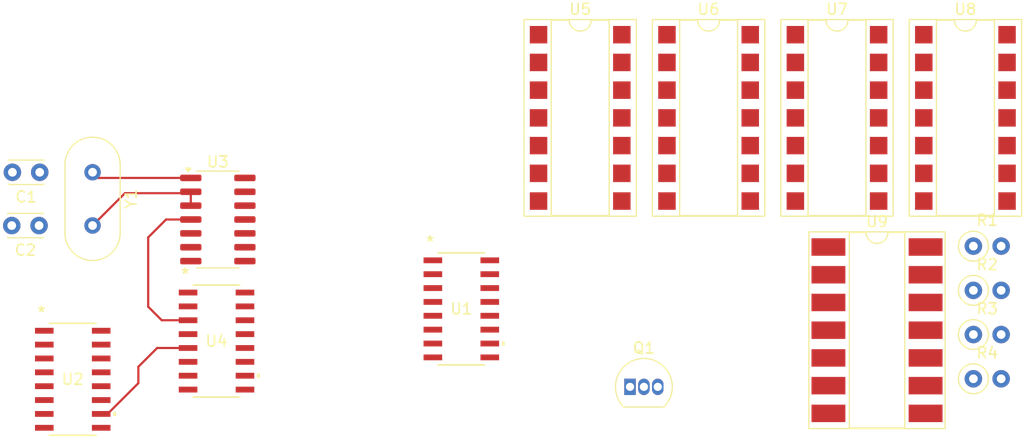
<source format=kicad_pcb>
(kicad_pcb (version 20240108) (generator "pcbnew") (generator_version "8.0")
  (layers (0 "F.Cu" signal) (31 "B.Cu" signal) (34 "B.Paste" user) (35 "F.Paste" user) (36 "B.SilkS" user "B.Silkscreen") (37 "F.SilkS" user "F.Silkscreen") (38 "B.Mask" user) (39 "F.Mask" user) (44 "Edge.Cuts" user))
  (net 0 "")
  (net 1 "GND")
  (net 2 "Net-(C1-Pad1)")
  (net 3 "Net-(C2-Pad1)")
  (net 4 "PIXEL_OUT")
  (net 5 "Net-(Q1-E)")
  (net 6 "COMPOSITE_OUT")
  (net 7 "VCC")
  (net 8 "64V")
  (net 9 "256V")
  (net 10 "128V")
  (net 11 "16V")
  (net 13 "512V")
  (net 15 "32V")
  (net 16 "H_RESET")
  (net 17 "2V")
  (net 20 "1V")
  (net 21 "8V")
  (net 22 "4V")
  (net 23 "128H")
  (net 24 "7.1mhz_CLK1")
  (net 25 "64H")
  (net 26 "4H")
  (net 28 "8H")
  (net 30 "1H")
  (net 31 "16H")
  (net 32 "256H")
  (net 47 "32H")
  (net 54 "512H")
  (net 55 "2H")
  (net 56 "14.318mhz_CLK0")
  (footprint "footprints:SOT109-1_NXP" (layer "F.Cu") (at 110.9535 99.445)
    (property "Reference" "U4" (at 0 0 0) (layer "F.SilkS"))
    (property "Value" "74HC74D")
    (fp_line (start -2.1209 5.1308) (end 2.1209 5.1308) (stroke (width 0.1524)) (layer "F.SilkS"))
    (fp_line (start 2.1209 -5.1308) (end -2.1209 -5.1308) (stroke (width 0.1524)) (layer "F.SilkS"))
    (fp_poly (pts (xy 3.9624 2.9845) (xy 3.9624 3.3655) (xy 3.7084 3.3655) (xy 3.7084 2.9845)) (fill solid) (layer "F.SilkS"))
    (fp_text user "*" (at -2.8575 -6.1214 0) (layer "F.SilkS"))
    (fp_text user "*" (at -2.8575 -6.1214 0) (layer "F.SilkS"))
    (pad "1" smd rect (at -2.6035 -4.445) (size 1.7018 0.5334) (layers "F.Cu" "F.Paste" "F.Mask"))
    (pad "2" smd rect (at -2.6035 -3.175) (size 1.7018 0.5334) (layers "F.Cu" "F.Paste" "F.Mask"))
    (pad "3" smd rect (at -2.6035 -1.905) (size 1.7018 0.5334) (layers "F.Cu" "F.Paste" "F.Mask") (net 56 "14.318mhz_CLK0"))
    (pad "4" smd rect (at -2.6035 -0.635) (size 1.7018 0.5334) (layers "F.Cu" "F.Paste" "F.Mask"))
    (pad "5" smd rect (at -2.6035 0.635) (size 1.7018 0.5334) (layers "F.Cu" "F.Paste" "F.Mask") (net 24 "7.1mhz_CLK1"))
    (pad "6" smd rect (at -2.6035 1.905) (size 1.7018 0.5334) (layers "F.Cu" "F.Paste" "F.Mask"))
    (pad "7" smd rect (at -2.6035 3.175) (size 1.7018 0.5334) (layers "F.Cu" "F.Paste" "F.Mask"))
    (pad "8" smd rect (at -2.6035 4.445) (size 1.7018 0.5334) (layers "F.Cu" "F.Paste" "F.Mask"))
    (pad "9" smd rect (at 2.6035 4.445) (size 1.7018 0.5334) (layers "F.Cu" "F.Paste" "F.Mask"))
    (pad "10" smd rect (at 2.6035 3.175) (size 1.7018 0.5334) (layers "F.Cu" "F.Paste" "F.Mask"))
    (pad "11" smd rect (at 2.6035 1.905) (size 1.7018 0.5334) (layers "F.Cu" "F.Paste" "F.Mask"))
    (pad "12" smd rect (at 2.6035 0.635) (size 1.7018 0.5334) (layers "F.Cu" "F.Paste" "F.Mask"))
    (pad "13" smd rect (at 2.6035 -0.635) (size 1.7018 0.5334) (layers "F.Cu" "F.Paste" "F.Mask"))
    (pad "14" smd rect (at 2.6035 -1.905) (size 1.7018 0.5334) (layers "F.Cu" "F.Paste" "F.Mask"))
    (pad "15" smd rect (at 2.6035 -3.175) (size 1.7018 0.5334) (layers "F.Cu" "F.Paste" "F.Mask"))
    (pad "16" smd rect (at 2.6035 -4.445) (size 1.7018 0.5334) (layers "F.Cu" "F.Paste" "F.Mask"))
  )
  (footprint "Package_SO:SOIC-14_3.9x8.7mm_P1.27mm" (layer "F.Cu") (at 111.075 88.31)
    (property "Reference" "U3" (at 0 -5.28 0) (layer "F.SilkS"))
    (property "Value" "74HC7014")
    (fp_line (start 0 -4.435) (end -1.95 -4.435) (stroke (width 0.12)) (layer "F.SilkS"))
    (fp_line (start 0 -4.435) (end 1.95 -4.435) (stroke (width 0.12)) (layer "F.SilkS"))
    (fp_line (start 0 4.435) (end -1.95 4.435) (stroke (width 0.12)) (layer "F.SilkS"))
    (fp_line (start 0 4.435) (end 1.95 4.435) (stroke (width 0.12)) (layer "F.SilkS"))
    (fp_poly (pts (xy -2.7 -4.37) (xy -2.94 -4.7) (xy -2.46 -4.7) (xy -2.7 -4.37)) (stroke (width 0.12)) (fill solid) (layer "F.SilkS"))
    (pad "1" smd roundrect (at -2.475 -3.81) (size 1.95 0.6) (layers "F.Cu" "F.Paste" "F.Mask") (net 2 "Net-(C1-Pad1)"))
    (pad "2" smd roundrect (at -2.475 -2.54) (size 1.95 0.6) (layers "F.Cu" "F.Paste" "F.Mask") (net 3 "Net-(C2-Pad1)"))
    (pad "3" smd roundrect (at -2.475 -1.27) (size 1.95 0.6) (layers "F.Cu" "F.Paste" "F.Mask") (net 3 "Net-(C2-Pad1)"))
    (pad "4" smd roundrect (at -2.475 0) (size 1.95 0.6) (layers "F.Cu" "F.Paste" "F.Mask") (net 56 "14.318mhz_CLK0"))
    (pad "5" smd roundrect (at -2.475 1.27) (size 1.95 0.6) (layers "F.Cu" "F.Paste" "F.Mask"))
    (pad "6" smd roundrect (at -2.475 2.54) (size 1.95 0.6) (layers "F.Cu" "F.Paste" "F.Mask"))
    (pad "7" smd roundrect (at -2.475 3.81) (size 1.95 0.6) (layers "F.Cu" "F.Paste" "F.Mask") (net 1 "GND"))
    (pad "8" smd roundrect (at 2.475 3.81) (size 1.95 0.6) (layers "F.Cu" "F.Paste" "F.Mask"))
    (pad "9" smd roundrect (at 2.475 2.54) (size 1.95 0.6) (layers "F.Cu" "F.Paste" "F.Mask"))
    (pad "10" smd roundrect (at 2.475 1.27) (size 1.95 0.6) (layers "F.Cu" "F.Paste" "F.Mask"))
    (pad "11" smd roundrect (at 2.475 0) (size 1.95 0.6) (layers "F.Cu" "F.Paste" "F.Mask"))
    (pad "12" smd roundrect (at 2.475 -1.27) (size 1.95 0.6) (layers "F.Cu" "F.Paste" "F.Mask"))
    (pad "13" smd roundrect (at 2.475 -2.54) (size 1.95 0.6) (layers "F.Cu" "F.Paste" "F.Mask"))
    (pad "14" smd roundrect (at 2.475 -3.81) (size 1.95 0.6) (layers "F.Cu" "F.Paste" "F.Mask") (net 7 "VCC"))
  )
  (footprint "Package_DIP:DIP-14_W7.62mm_SMDSocket_SmallPads" (layer "F.Cu") (at 167.73 79)
    (property "Reference" "U7" (at 0 -9.95 0) (layer "F.SilkS"))
    (property "Value" "4081")
    (fp_line (start -5.14 -9.01) (end -5.14 9.01) (stroke (width 0.12)) (layer "F.SilkS"))
    (fp_line (start -5.14 9.01) (end 5.14 9.01) (stroke (width 0.12)) (layer "F.SilkS"))
    (fp_line (start -2.65 -8.95) (end -2.65 8.95) (stroke (width 0.12)) (layer "F.SilkS"))
    (fp_line (start -2.65 8.95) (end 2.65 8.95) (stroke (width 0.12)) (layer "F.SilkS"))
    (fp_line (start -1 -8.95) (end -2.65 -8.95) (stroke (width 0.12)) (layer "F.SilkS"))
    (fp_line (start 2.65 -8.95) (end 1 -8.95) (stroke (width 0.12)) (layer "F.SilkS"))
    (fp_line (start 2.65 8.95) (end 2.65 -8.95) (stroke (width 0.12)) (layer "F.SilkS"))
    (fp_line (start 5.14 -9.01) (end -5.14 -9.01) (stroke (width 0.12)) (layer "F.SilkS"))
    (fp_line (start 5.14 9.01) (end 5.14 -9.01) (stroke (width 0.12)) (layer "F.SilkS"))
    (fp_arc (start 1 -8.95) (mid 0 -7.95) (end -1 -8.95) (stroke (width 0.12)) (layer "F.SilkS"))
    (pad "1" smd rect (at -3.81 -7.62) (size 1.6 1.6) (layers "F.Cu" "F.Paste" "F.Mask"))
    (pad "2" smd rect (at -3.81 -5.08) (size 1.6 1.6) (layers "F.Cu" "F.Paste" "F.Mask"))
    (pad "3" smd rect (at -3.81 -2.54) (size 1.6 1.6) (layers "F.Cu" "F.Paste" "F.Mask"))
    (pad "4" smd rect (at -3.81 0) (size 1.6 1.6) (layers "F.Cu" "F.Paste" "F.Mask"))
    (pad "5" smd rect (at -3.81 2.54) (size 1.6 1.6) (layers "F.Cu" "F.Paste" "F.Mask"))
    (pad "6" smd rect (at -3.81 5.08) (size 1.6 1.6) (layers "F.Cu" "F.Paste" "F.Mask"))
    (pad "7" smd rect (at -3.81 7.62) (size 1.6 1.6) (layers "F.Cu" "F.Paste" "F.Mask"))
    (pad "8" smd rect (at 3.81 7.62) (size 1.6 1.6) (layers "F.Cu" "F.Paste" "F.Mask"))
    (pad "9" smd rect (at 3.81 5.08) (size 1.6 1.6) (layers "F.Cu" "F.Paste" "F.Mask"))
    (pad "10" smd rect (at 3.81 2.54) (size 1.6 1.6) (layers "F.Cu" "F.Paste" "F.Mask"))
    (pad "11" smd rect (at 3.81 0) (size 1.6 1.6) (layers "F.Cu" "F.Paste" "F.Mask"))
    (pad "12" smd rect (at 3.81 -2.54) (size 1.6 1.6) (layers "F.Cu" "F.Paste" "F.Mask"))
    (pad "13" smd rect (at 3.81 -5.08) (size 1.6 1.6) (layers "F.Cu" "F.Paste" "F.Mask"))
    (pad "14" smd rect (at 3.81 -7.62) (size 1.6 1.6) (layers "F.Cu" "F.Paste" "F.Mask"))
  )
  (footprint "Package_TO_SOT_THT:TO-92_Inline" (layer "F.Cu") (at 148.79 103.64)
    (property "Reference" "Q1" (at 1.27 -3.56 0) (layer "F.SilkS"))
    (property "Value" "PN2222A")
    (fp_line (start -0.53 1.85) (end 3.07 1.85) (stroke (width 0.12)) (layer "F.SilkS"))
    (fp_arc (start -0.568478 1.838478) (mid -1.132087 -0.994977) (end 1.27 -2.6) (stroke (width 0.12)) (layer "F.SilkS"))
    (fp_arc (start 1.27 -2.6) (mid 3.672087 -0.994977) (end 3.108478 1.838478) (stroke (width 0.12)) (layer "F.SilkS"))
    (pad "1" thru_hole rect (at 0 0) (size 1.05 1.5) (drill 0.75) (layers "*.Cu" "*.Mask") (net 5 "Net-(Q1-E)"))
    (pad "2" thru_hole oval (at 1.27 0) (size 1.05 1.5) (drill 0.75) (layers "*.Cu" "*.Mask") (net 4 "PIXEL_OUT"))
    (pad "3" thru_hole oval (at 2.54 0) (size 1.05 1.5) (drill 0.75) (layers "*.Cu" "*.Mask") (net 7 "VCC"))
  )
  (footprint "Package_DIP:DIP-14_W7.62mm_SMDSocket_SmallPads" (layer "F.Cu") (at 179.48 79)
    (property "Reference" "U8" (at 0 -9.95 0) (layer "F.SilkS"))
    (property "Value" "4081")
    (fp_line (start -5.14 -9.01) (end -5.14 9.01) (stroke (width 0.12)) (layer "F.SilkS"))
    (fp_line (start -5.14 9.01) (end 5.14 9.01) (stroke (width 0.12)) (layer "F.SilkS"))
    (fp_line (start -2.65 -8.95) (end -2.65 8.95) (stroke (width 0.12)) (layer "F.SilkS"))
    (fp_line (start -2.65 8.95) (end 2.65 8.95) (stroke (width 0.12)) (layer "F.SilkS"))
    (fp_line (start -1 -8.95) (end -2.65 -8.95) (stroke (width 0.12)) (layer "F.SilkS"))
    (fp_line (start 2.65 -8.95) (end 1 -8.95) (stroke (width 0.12)) (layer "F.SilkS"))
    (fp_line (start 2.65 8.95) (end 2.65 -8.95) (stroke (width 0.12)) (layer "F.SilkS"))
    (fp_line (start 5.14 -9.01) (end -5.14 -9.01) (stroke (width 0.12)) (layer "F.SilkS"))
    (fp_line (start 5.14 9.01) (end 5.14 -9.01) (stroke (width 0.12)) (layer "F.SilkS"))
    (fp_arc (start 1 -8.95) (mid 0 -7.95) (end -1 -8.95) (stroke (width 0.12)) (layer "F.SilkS"))
    (pad "1" smd rect (at -3.81 -7.62) (size 1.6 1.6) (layers "F.Cu" "F.Paste" "F.Mask"))
    (pad "2" smd rect (at -3.81 -5.08) (size 1.6 1.6) (layers "F.Cu" "F.Paste" "F.Mask"))
    (pad "3" smd rect (at -3.81 -2.54) (size 1.6 1.6) (layers "F.Cu" "F.Paste" "F.Mask"))
    (pad "4" smd rect (at -3.81 0) (size 1.6 1.6) (layers "F.Cu" "F.Paste" "F.Mask"))
    (pad "5" smd rect (at -3.81 2.54) (size 1.6 1.6) (layers "F.Cu" "F.Paste" "F.Mask"))
    (pad "6" smd rect (at -3.81 5.08) (size 1.6 1.6) (layers "F.Cu" "F.Paste" "F.Mask"))
    (pad "7" smd rect (at -3.81 7.62) (size 1.6 1.6) (layers "F.Cu" "F.Paste" "F.Mask"))
    (pad "8" smd rect (at 3.81 7.62) (size 1.6 1.6) (layers "F.Cu" "F.Paste" "F.Mask"))
    (pad "9" smd rect (at 3.81 5.08) (size 1.6 1.6) (layers "F.Cu" "F.Paste" "F.Mask"))
    (pad "10" smd rect (at 3.81 2.54) (size 1.6 1.6) (layers "F.Cu" "F.Paste" "F.Mask"))
    (pad "11" smd rect (at 3.81 0) (size 1.6 1.6) (layers "F.Cu" "F.Paste" "F.Mask"))
    (pad "12" smd rect (at 3.81 -2.54) (size 1.6 1.6) (layers "F.Cu" "F.Paste" "F.Mask"))
    (pad "13" smd rect (at 3.81 -5.08) (size 1.6 1.6) (layers "F.Cu" "F.Paste" "F.Mask"))
    (pad "14" smd rect (at 3.81 -7.62) (size 1.6 1.6) (layers "F.Cu" "F.Paste" "F.Mask"))
  )
  (footprint "footprints:SOT109-1_NXP" (layer "F.Cu") (at 97.7965 102.945)
    (property "Reference" "U2" (at 0 0 0) (layer "F.SilkS"))
    (property "Value" "74HC4040D")
    (fp_line (start -2.1209 5.1308) (end 2.1209 5.1308) (stroke (width 0.1524)) (layer "F.SilkS"))
    (fp_line (start 2.1209 -5.1308) (end -2.1209 -5.1308) (stroke (width 0.1524)) (layer "F.SilkS"))
    (fp_poly (pts (xy 3.9624 2.9845) (xy 3.9624 3.3655) (xy 3.7084 3.3655) (xy 3.7084 2.9845)) (fill solid) (layer "F.SilkS"))
    (fp_text user "*" (at -2.8575 -6.1214 0) (layer "F.SilkS"))
    (fp_text user "*" (at -2.8575 -6.1214 360) (layer "F.SilkS"))
    (pad "1" smd rect (at -2.6035 -4.445) (size 1.7018 0.5334) (layers "F.Cu" "F.Paste" "F.Mask"))
    (pad "2" smd rect (at -2.6035 -3.175001) (size 1.7018 0.5334) (layers "F.Cu" "F.Paste" "F.Mask") (net 31 "16H"))
    (pad "3" smd rect (at -2.6035 -1.905) (size 1.7018 0.5334) (layers "F.Cu" "F.Paste" "F.Mask") (net 28 "8H"))
    (pad "4" smd rect (at -2.6035 -0.635) (size 1.7018 0.5334) (layers "F.Cu" "F.Paste" "F.Mask") (net 47 "32H"))
    (pad "5" smd rect (at -2.6035 0.635) (size 1.7018 0.5334) (layers "F.Cu" "F.Paste" "F.Mask") (net 26 "4H"))
    (pad "6" smd rect (at -2.6035 1.905) (size 1.7018 0.5334) (layers "F.Cu" "F.Paste" "F.Mask") (net 55 "2H"))
    (pad "7" smd rect (at -2.6035 3.175001) (size 1.7018 0.5334) (layers "F.Cu" "F.Paste" "F.Mask") (net 30 "1H"))
    (pad "8" smd rect (at -2.6035 4.445) (size 1.7018 0.5334) (layers "F.Cu" "F.Paste" "F.Mask") (net 1 "GND"))
    (pad "9" smd rect (at 2.6035 4.445) (size 1.7018 0.5334) (layers "F.Cu" "F.Paste" "F.Mask"))
    (pad "10" smd rect (at 2.6035 3.175001) (size 1.7018 0.5334) (layers "F.Cu" "F.Paste" "F.Mask") (net 24 "7.1mhz_CLK1"))
    (pad "11" smd rect (at 2.6035 1.905) (size 1.7018 0.5334) (layers "F.Cu" "F.Paste" "F.Mask"))
    (pad "12" smd rect (at 2.6035 0.635) (size 1.7018 0.5334) (layers "F.Cu" "F.Paste" "F.Mask") (net 23 "128H"))
    (pad "13" smd rect (at 2.6035 -0.635) (size 1.7018 0.5334) (layers "F.Cu" "F.Paste" "F.Mask") (net 25 "64H"))
    (pad "14" smd rect (at 2.6035 -1.905) (size 1.7018 0.5334) (layers "F.Cu" "F.Paste" "F.Mask") (net 32 "256H"))
    (pad "15" smd rect (at 2.6035 -3.175001) (size 1.7018 0.5334) (layers "F.Cu" "F.Paste" "F.Mask") (net 54 "512H"))
    (pad "16" smd rect (at 2.6035 -4.445) (size 1.7018 0.5334) (layers "F.Cu" "F.Paste" "F.Mask") (net 7 "VCC"))
  )
  (footprint "Package_DIP:DIP-14_W7.62mm_SMDSocket_SmallPads" (layer "F.Cu") (at 155.98 79)
    (property "Reference" "U6" (at 0 -9.95 0) (layer "F.SilkS"))
    (property "Value" "4081")
    (fp_line (start -5.14 -9.01) (end -5.14 9.01) (stroke (width 0.12)) (layer "F.SilkS"))
    (fp_line (start -5.14 9.01) (end 5.14 9.01) (stroke (width 0.12)) (layer "F.SilkS"))
    (fp_line (start -2.65 -8.95) (end -2.65 8.95) (stroke (width 0.12)) (layer "F.SilkS"))
    (fp_line (start -2.65 8.95) (end 2.65 8.95) (stroke (width 0.12)) (layer "F.SilkS"))
    (fp_line (start -1 -8.95) (end -2.65 -8.95) (stroke (width 0.12)) (layer "F.SilkS"))
    (fp_line (start 2.65 -8.95) (end 1 -8.95) (stroke (width 0.12)) (layer "F.SilkS"))
    (fp_line (start 2.65 8.95) (end 2.65 -8.95) (stroke (width 0.12)) (layer "F.SilkS"))
    (fp_line (start 5.14 -9.01) (end -5.14 -9.01) (stroke (width 0.12)) (layer "F.SilkS"))
    (fp_line (start 5.14 9.01) (end 5.14 -9.01) (stroke (width 0.12)) (layer "F.SilkS"))
    (fp_arc (start 1 -8.95) (mid 0 -7.95) (end -1 -8.95) (stroke (width 0.12)) (layer "F.SilkS"))
    (pad "1" smd rect (at -3.81 -7.62) (size 1.6 1.6) (layers "F.Cu" "F.Paste" "F.Mask"))
    (pad "2" smd rect (at -3.81 -5.08) (size 1.6 1.6) (layers "F.Cu" "F.Paste" "F.Mask"))
    (pad "3" smd rect (at -3.81 -2.54) (size 1.6 1.6) (layers "F.Cu" "F.Paste" "F.Mask"))
    (pad "4" smd rect (at -3.81 0) (size 1.6 1.6) (layers "F.Cu" "F.Paste" "F.Mask"))
    (pad "5" smd rect (at -3.81 2.54) (size 1.6 1.6) (layers "F.Cu" "F.Paste" "F.Mask"))
    (pad "6" smd rect (at -3.81 5.08) (size 1.6 1.6) (layers "F.Cu" "F.Paste" "F.Mask"))
    (pad "7" smd rect (at -3.81 7.62) (size 1.6 1.6) (layers "F.Cu" "F.Paste" "F.Mask"))
    (pad "8" smd rect (at 3.81 7.62) (size 1.6 1.6) (layers "F.Cu" "F.Paste" "F.Mask"))
    (pad "9" smd rect (at 3.81 5.08) (size 1.6 1.6) (layers "F.Cu" "F.Paste" "F.Mask"))
    (pad "10" smd rect (at 3.81 2.54) (size 1.6 1.6) (layers "F.Cu" "F.Paste" "F.Mask"))
    (pad "11" smd rect (at 3.81 0) (size 1.6 1.6) (layers "F.Cu" "F.Paste" "F.Mask"))
    (pad "12" smd rect (at 3.81 -2.54) (size 1.6 1.6) (layers "F.Cu" "F.Paste" "F.Mask"))
    (pad "13" smd rect (at 3.81 -5.08) (size 1.6 1.6) (layers "F.Cu" "F.Paste" "F.Mask"))
    (pad "14" smd rect (at 3.81 -7.62) (size 1.6 1.6) (layers "F.Cu" "F.Paste" "F.Mask"))
  )
  (footprint "Capacitor_THT:C_Disc_D3.0mm_W2.0mm_P2.50mm" (layer "F.Cu") (at 94.714999 88.865 180)
    (property "Reference" "C2" (at 1.25 -2.25 0) (layer "F.SilkS"))
    (property "Value" "10pF")
    (fp_line (start 2.87 1.055) (end 2.87 1.12) (stroke (width 0.12)) (layer "F.SilkS"))
    (fp_line (start 2.87 -1.12) (end 2.87 -1.055) (stroke (width 0.12)) (layer "F.SilkS"))
    (fp_line (start -0.37 1.12) (end 2.87 1.12) (stroke (width 0.12)) (layer "F.SilkS"))
    (fp_line (start -0.37 1.055) (end -0.37 1.12) (stroke (width 0.12)) (layer "F.SilkS"))
    (fp_line (start -0.37 -1.12) (end 2.87 -1.12) (stroke (width 0.12)) (layer "F.SilkS"))
    (fp_line (start -0.37 -1.12) (end -0.37 -1.055) (stroke (width 0.12)) (layer "F.SilkS"))
    (pad "1" thru_hole circle (at 0 0 180) (size 1.6 1.6) (drill 0.8) (layers "*.Cu" "*.Mask") (net 3 "Net-(C2-Pad1)"))
    (pad "2" thru_hole circle (at 2.5 0 180) (size 1.6 1.6) (drill 0.8) (layers "*.Cu" "*.Mask") (net 1 "GND"))
  )
  (footprint "Resistor_THT:R_Axial_DIN0207_L6.3mm_D2.5mm_P2.54mm_Vertical" (layer "F.Cu") (at 180.21 98.85)
    (property "Reference" "R3" (at 1.27 -2.37 0) (layer "F.SilkS"))
    (property "Value" "R")
    (fp_line (start 1.37 0) (end 1.44 0) (stroke (width 0.12)) (layer "F.SilkS"))
    (fp_circle (center 0 0) (end 1.37 0) (stroke (width 0.12)) (fill none) (layer "F.SilkS"))
    (pad "1" thru_hole circle (at 0 0) (size 1.6 1.6) (drill 0.8) (layers "*.Cu" "*.Mask") (net 6 "COMPOSITE_OUT"))
    (pad "2" thru_hole oval (at 2.54 0) (size 1.6 1.6) (drill 0.8) (layers "*.Cu" "*.Mask") (net 1 "GND"))
  )
  (footprint "Resistor_THT:R_Axial_DIN0207_L6.3mm_D2.5mm_P2.54mm_Vertical" (layer "F.Cu") (at 180.21 94.8)
    (property "Reference" "R2" (at 1.27 -2.37 0) (layer "F.SilkS"))
    (property "Value" "R")
    (fp_line (start 1.37 0) (end 1.44 0) (stroke (width 0.12)) (layer "F.SilkS"))
    (fp_circle (center 0 0) (end 1.37 0) (stroke (width 0.12)) (fill none) (layer "F.SilkS"))
    (pad "1" thru_hole circle (at 0 0) (size 1.6 1.6) (drill 0.8) (layers "*.Cu" "*.Mask") (net 4 "PIXEL_OUT"))
    (pad "2" thru_hole oval (at 2.54 0) (size 1.6 1.6) (drill 0.8) (layers "*.Cu" "*.Mask") (net 1 "GND"))
  )
  (footprint "Package_DIP:DIP-14_W7.62mm_SMDSocket_SmallPads" (layer "F.Cu") (at 144.23 79)
    (property "Reference" "U5" (at 0 -9.95 0) (layer "F.SilkS"))
    (property "Value" "74HC00")
    (fp_line (start -5.14 -9.01) (end -5.14 9.01) (stroke (width 0.12)) (layer "F.SilkS"))
    (fp_line (start -5.14 9.01) (end 5.14 9.01) (stroke (width 0.12)) (layer "F.SilkS"))
    (fp_line (start -2.65 -8.95) (end -2.65 8.95) (stroke (width 0.12)) (layer "F.SilkS"))
    (fp_line (start -2.65 8.95) (end 2.65 8.95) (stroke (width 0.12)) (layer "F.SilkS"))
    (fp_line (start -1 -8.95) (end -2.65 -8.95) (stroke (width 0.12)) (layer "F.SilkS"))
    (fp_line (start 2.65 -8.95) (end 1 -8.95) (stroke (width 0.12)) (layer "F.SilkS"))
    (fp_line (start 2.65 8.95) (end 2.65 -8.95) (stroke (width 0.12)) (layer "F.SilkS"))
    (fp_line (start 5.14 -9.01) (end -5.14 -9.01) (stroke (width 0.12)) (layer "F.SilkS"))
    (fp_line (start 5.14 9.01) (end 5.14 -9.01) (stroke (width 0.12)) (layer "F.SilkS"))
    (fp_arc (start 1 -8.95) (mid 0 -7.95) (end -1 -8.95) (stroke (width 0.12)) (layer "F.SilkS"))
    (pad "1" smd rect (at -3.81 -7.62) (size 1.6 1.6) (layers "F.Cu" "F.Paste" "F.Mask"))
    (pad "2" smd rect (at -3.81 -5.08) (size 1.6 1.6) (layers "F.Cu" "F.Paste" "F.Mask"))
    (pad "3" smd rect (at -3.81 -2.54) (size 1.6 1.6) (layers "F.Cu" "F.Paste" "F.Mask"))
    (pad "4" smd rect (at -3.81 0) (size 1.6 1.6) (layers "F.Cu" "F.Paste" "F.Mask"))
    (pad "5" smd rect (at -3.81 2.54) (size 1.6 1.6) (layers "F.Cu" "F.Paste" "F.Mask"))
    (pad "6" smd rect (at -3.81 5.08) (size 1.6 1.6) (layers "F.Cu" "F.Paste" "F.Mask"))
    (pad "7" smd rect (at -3.81 7.62) (size 1.6 1.6) (layers "F.Cu" "F.Paste" "F.Mask"))
    (pad "8" smd rect (at 3.81 7.62) (size 1.6 1.6) (layers "F.Cu" "F.Paste" "F.Mask"))
    (pad "9" smd rect (at 3.81 5.08) (size 1.6 1.6) (layers "F.Cu" "F.Paste" "F.Mask"))
    (pad "10" smd rect (at 3.81 2.54) (size 1.6 1.6) (layers "F.Cu" "F.Paste" "F.Mask"))
    (pad "11" smd rect (at 3.81 0) (size 1.6 1.6) (layers "F.Cu" "F.Paste" "F.Mask"))
    (pad "12" smd rect (at 3.81 -2.54) (size 1.6 1.6) (layers "F.Cu" "F.Paste" "F.Mask"))
    (pad "13" smd rect (at 3.81 -5.08) (size 1.6 1.6) (layers "F.Cu" "F.Paste" "F.Mask"))
    (pad "14" smd rect (at 3.81 -7.62) (size 1.6 1.6) (layers "F.Cu" "F.Paste" "F.Mask"))
  )
  (footprint "Capacitor_THT:C_Disc_D3.0mm_W2.0mm_P2.50mm" (layer "F.Cu") (at 94.774998 83.985001 180)
    (property "Reference" "C1" (at 1.25 -2.25 0) (layer "F.SilkS"))
    (property "Value" "10pF")
    (fp_line (start 2.87 1.055) (end 2.87 1.12) (stroke (width 0.12)) (layer "F.SilkS"))
    (fp_line (start 2.87 -1.12) (end 2.87 -1.055) (stroke (width 0.12)) (layer "F.SilkS"))
    (fp_line (start -0.37 1.12) (end 2.87 1.12) (stroke (width 0.12)) (layer "F.SilkS"))
    (fp_line (start -0.37 1.055) (end -0.37 1.12) (stroke (width 0.12)) (layer "F.SilkS"))
    (fp_line (start -0.37 -1.12) (end 2.87 -1.12) (stroke (width 0.12)) (layer "F.SilkS"))
    (fp_line (start -0.37 -1.12) (end -0.37 -1.055) (stroke (width 0.12)) (layer "F.SilkS"))
    (pad "1" thru_hole circle (at 0 0 180) (size 1.6 1.6) (drill 0.8) (layers "*.Cu" "*.Mask") (net 2 "Net-(C1-Pad1)"))
    (pad "2" thru_hole circle (at 2.5 0 180) (size 1.6 1.6) (drill 0.8) (layers "*.Cu" "*.Mask") (net 1 "GND"))
  )
  (footprint "Crystal:Crystal_HC49-U_Vertical" (layer "F.Cu") (at 99.61 83.98 -90)
    (property "Reference" "Y1" (at 2.44 -3.525 90) (layer "F.SilkS"))
    (property "Value" "Crystal")
    (fp_line (start -0.685001 2.525) (end 5.565 2.525) (stroke (width 0.12)) (layer "F.SilkS"))
    (fp_line (start -0.685001 -2.525) (end 5.565 -2.525) (stroke (width 0.12)) (layer "F.SilkS"))
    (fp_arc (start -0.685001 2.525) (mid -3.21 0) (end -0.685001 -2.525) (stroke (width 0.12)) (layer "F.SilkS"))
    (fp_arc (start 5.565 -2.525) (mid 8.09 0) (end 5.565 2.525) (stroke (width 0.12)) (layer "F.SilkS"))
    (pad "1" thru_hole circle (at 0 0 270) (size 1.5 1.5) (drill 0.8) (layers "*.Cu" "*.Mask") (net 2 "Net-(C1-Pad1)"))
    (pad "2" thru_hole circle (at 4.88 0 270) (size 1.5 1.5) (drill 0.8) (layers "*.Cu" "*.Mask") (net 3 "Net-(C2-Pad1)"))
  )
  (footprint "Resistor_THT:R_Axial_DIN0207_L6.3mm_D2.5mm_P2.54mm_Vertical" (layer "F.Cu") (at 180.21 102.9)
    (property "Reference" "R4" (at 1.27 -2.37 0) (layer "F.SilkS"))
    (property "Value" "R")
    (fp_line (start 1.37 0) (end 1.44 0) (stroke (width 0.12)) (layer "F.SilkS"))
    (fp_circle (center 0 0) (end 1.37 0) (stroke (width 0.12)) (fill none) (layer "F.SilkS"))
    (pad "1" thru_hole circle (at 0 0) (size 1.6 1.6) (drill 0.8) (layers "*.Cu" "*.Mask") (net 5 "Net-(Q1-E)"))
    (pad "2" thru_hole oval (at 2.54 0) (size 1.6 1.6) (drill 0.8) (layers "*.Cu" "*.Mask") (net 6 "COMPOSITE_OUT"))
  )
  (footprint "Resistor_THT:R_Axial_DIN0207_L6.3mm_D2.5mm_P2.54mm_Vertical" (layer "F.Cu") (at 180.21 90.75)
    (property "Reference" "R1" (at 1.27 -2.37 0) (layer "F.SilkS"))
    (property "Value" "R")
    (fp_line (start 1.37 0) (end 1.44 0) (stroke (width 0.12)) (layer "F.SilkS"))
    (fp_circle (center 0 0) (end 1.37 0) (stroke (width 0.12)) (fill none) (layer "F.SilkS"))
    (pad "1" thru_hole circle (at 0 0) (size 1.6 1.6) (drill 0.8) (layers "*.Cu" "*.Mask") (net 7 "VCC"))
    (pad "2" thru_hole oval (at 2.54 0) (size 1.6 1.6) (drill 0.8) (layers "*.Cu" "*.Mask") (net 4 "PIXEL_OUT"))
  )
  (footprint "Package_DIP:DIP-14_W8.89mm_SMDSocket_LongPads" (layer "F.Cu") (at 171.39 98.45)
    (property "Reference" "U9" (at 0 -9.95 0) (layer "F.SilkS"))
    (property "Value" "4001")
    (fp_line (start -6.235 -9.01) (end -6.235 9.01) (stroke (width 0.12)) (layer "F.SilkS"))
    (fp_line (start -6.235 9.01) (end 6.235 9.01) (stroke (width 0.12)) (layer "F.SilkS"))
    (fp_line (start -2.535 -8.95) (end -2.535 8.95) (stroke (width 0.12)) (layer "F.SilkS"))
    (fp_line (start -2.535 8.95) (end 2.535 8.95) (stroke (width 0.12)) (layer "F.SilkS"))
    (fp_line (start -1 -8.95) (end -2.535 -8.95) (stroke (width 0.12)) (layer "F.SilkS"))
    (fp_line (start 2.535 -8.95) (end 1 -8.95) (stroke (width 0.12)) (layer "F.SilkS"))
    (fp_line (start 2.535 8.95) (end 2.535 -8.95) (stroke (width 0.12)) (layer "F.SilkS"))
    (fp_line (start 6.235 -9.01) (end -6.235 -9.01) (stroke (width 0.12)) (layer "F.SilkS"))
    (fp_line (start 6.235 9.01) (end 6.235 -9.01) (stroke (width 0.12)) (layer "F.SilkS"))
    (fp_arc (start 1 -8.95) (mid 0 -7.95) (end -1 -8.95) (stroke (width 0.12)) (layer "F.SilkS"))
    (pad "1" smd rect (at -4.445 -7.62) (size 3.1 1.6) (layers "F.Cu" "F.Paste" "F.Mask"))
    (pad "2" smd rect (at -4.445 -5.08) (size 3.1 1.6) (layers "F.Cu" "F.Paste" "F.Mask"))
    (pad "3" smd rect (at -4.445 -2.54) (size 3.1 1.6) (layers "F.Cu" "F.Paste" "F.Mask"))
    (pad "4" smd rect (at -4.445 0) (size 3.1 1.6) (layers "F.Cu" "F.Paste" "F.Mask"))
    (pad "5" smd rect (at -4.445 2.54) (size 3.1 1.6) (layers "F.Cu" "F.Paste" "F.Mask"))
    (pad "6" smd rect (at -4.445 5.08) (size 3.1 1.6) (layers "F.Cu" "F.Paste" "F.Mask"))
    (pad "7" smd rect (at -4.445 7.62) (size 3.1 1.6) (layers "F.Cu" "F.Paste" "F.Mask"))
    (pad "8" smd rect (at 4.445 7.62) (size 3.1 1.6) (layers "F.Cu" "F.Paste" "F.Mask"))
    (pad "9" smd rect (at 4.445 5.08) (size 3.1 1.6) (layers "F.Cu" "F.Paste" "F.Mask"))
    (pad "10" smd rect (at 4.445 2.54) (size 3.1 1.6) (layers "F.Cu" "F.Paste" "F.Mask"))
    (pad "11" smd rect (at 4.445 0) (size 3.1 1.6) (layers "F.Cu" "F.Paste" "F.Mask"))
    (pad "12" smd rect (at 4.445 -2.54) (size 3.1 1.6) (layers "F.Cu" "F.Paste" "F.Mask"))
    (pad "13" smd rect (at 4.445 -5.08) (size 3.1 1.6) (layers "F.Cu" "F.Paste" "F.Mask"))
    (pad "14" smd rect (at 4.445 -7.62) (size 3.1 1.6) (layers "F.Cu" "F.Paste" "F.Mask"))
  )
  (footprint "footprints:SOT109-1_NXP" (layer "F.Cu") (at 133.3535 96.495)
    (property "Reference" "U1" (at 0 0 0) (layer "F.SilkS"))
    (property "Value" "74HC4040D")
    (fp_line (start -2.1209 5.1308) (end 2.1209 5.1308) (stroke (width 0.1524)) (layer "F.SilkS"))
    (fp_line (start 2.1209 -5.1308) (end -2.1209 -5.1308) (stroke (width 0.1524)) (layer "F.SilkS"))
    (fp_poly (pts (xy 3.9624 2.9845) (xy 3.9624 3.3655) (xy 3.7084 3.3655) (xy 3.7084 2.9845)) (fill solid) (layer "F.SilkS"))
    (fp_text user "*" (at -2.8575 -6.1214 0) (layer "F.SilkS"))
    (fp_text user "*" (at -2.8575 -6.1214 0) (layer "F.SilkS"))
    (pad "1" smd rect (at -2.6035 -4.445) (size 1.7018 0.5334) (layers "F.Cu" "F.Paste" "F.Mask"))
    (pad "2" smd rect (at -2.6035 -3.175) (size 1.7018 0.5334) (layers "F.Cu" "F.Paste" "F.Mask") (net 11 "16V"))
    (pad "3" smd rect (at -2.6035 -1.905) (size 1.7018 0.5334) (layers "F.Cu" "F.Paste" "F.Mask") (net 21 "8V"))
    (pad "4" smd rect (at -2.6035 -0.635) (size 1.7018 0.5334) (layers "F.Cu" "F.Paste" "F.Mask") (net 15 "32V"))
    (pad "5" smd rect (at -2.6035 0.635) (size 1.7018 0.5334) (layers "F.Cu" "F.Paste" "F.Mask") (net 22 "4V"))
    (pad "6" smd rect (at -2.6035 1.905) (size 1.7018 0.5334) (layers "F.Cu" "F.Paste" "F.Mask") (net 17 "2V"))
    (pad "7" smd rect (at -2.6035 3.175) (size 1.7018 0.5334) (layers "F.Cu" "F.Paste" "F.Mask") (net 20 "1V"))
    (pad "8" smd rect (at -2.6035 4.445) (size 1.7018 0.5334) (layers "F.Cu" "F.Paste" "F.Mask") (net 1 "GND"))
    (pad "9" smd rect (at 2.6035 4.445) (size 1.7018 0.5334) (layers "F.Cu" "F.Paste" "F.Mask"))
    (pad "10" smd rect (at 2.6035 3.175) (size 1.7018 0.5334) (layers "F.Cu" "F.Paste" "F.Mask") (net 16 "H_RESET"))
    (pad "11" smd rect (at 2.6035 1.905) (size 1.7018 0.5334) (layers "F.Cu" "F.Paste" "F.Mask"))
    (pad "12" smd rect (at 2.6035 0.635) (size 1.7018 0.5334) (layers "F.Cu" "F.Paste" "F.Mask") (net 10 "128V"))
    (pad "13" smd rect (at 2.6035 -0.635) (size 1.7018 0.5334) (layers "F.Cu" "F.Paste" "F.Mask") (net 8 "64V"))
    (pad "14" smd rect (at 2.6035 -1.905) (size 1.7018 0.5334) (layers "F.Cu" "F.Paste" "F.Mask") (net 9 "256V"))
    (pad "15" smd rect (at 2.6035 -3.175) (size 1.7018 0.5334) (layers "F.Cu" "F.Paste" "F.Mask") (net 13 "512V"))
    (pad "16" smd rect (at 2.6035 -4.445) (size 1.7018 0.5334) (layers "F.Cu" "F.Paste" "F.Mask") (net 7 "VCC"))
  )
  (segment (start 100.13 84.5) (end 108.6 84.5) (width 0.2) (layer "F.Cu") (net 2))
  (segment (start 99.61 83.98) (end 100.13 84.5) (width 0.2) (layer "F.Cu") (net 2))
  (segment (start 99.61 88.86) (end 102.57 85.9) (width 0.2) (layer "F.Cu") (net 3))
  (segment (start 108.6 87.04) (end 108.6 85.77) (width 0.2) (layer "F.Cu") (net 3))
  (segment (start 102.57 85.9) (end 108.47 85.9) (width 0.2) (layer "F.Cu") (net 3))
  (segment (start 108.47 85.9) (end 108.6 85.77) (width 0.2) (layer "F.Cu") (net 3))
  (segment (start 100.4 106.120001) (end 100.9842 106.120001) (width 0.2) (layer "F.Cu") (net 24))
  (segment (start 103.8 101.8) (end 105.52 100.08) (width 0.2) (layer "F.Cu") (net 24))
  (segment (start 105.52 100.08) (end 108.35 100.08) (width 0.2) (layer "F.Cu") (net 24))
  (segment (start 103.8 103.304201) (end 103.8 101.8) (width 0.2) (layer "F.Cu") (net 24))
  (segment (start 100.9842 106.120001) (end 103.8 103.304201) (width 0.2) (layer "F.Cu") (net 24))
  (segment (start 104.7 89.95) (end 104.7 96.3) (width 0.2) (layer "F.Cu") (net 56))
  (segment (start 105.94 97.54) (end 108.35 97.54) (width 0.2) (layer "F.Cu") (net 56))
  (segment (start 104.7 96.3) (end 105.94 97.54) (width 0.2) (layer "F.Cu") (net 56))
  (segment (start 108.6 88.31) (end 106.34 88.31) (width 0.2) (layer "F.Cu") (net 56))
  (segment (start 106.34 88.31) (end 104.7 89.95) (width 0.2) (layer "F.Cu") (net 56))
)
</source>
